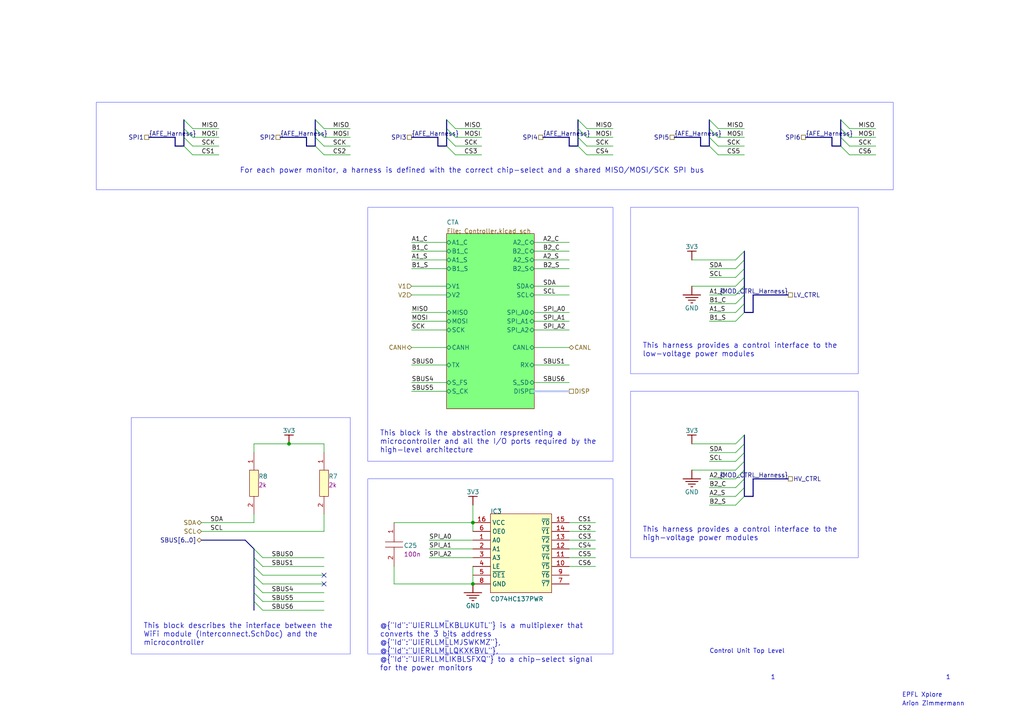
<source format=kicad_sch>
(kicad_sch (version 20250114) (generator "eeschema") (generator_version "9.0")
  (paper "A4")
  (lib_symbols
    (symbol "PolluxIII-altium-import:3V3_BAR" (power)
      (property "Value" "3V3" (at 0 -3.81 0))
      (symbol "3V3_BAR_0_0"
        (polyline (pts (xy -1.27 -2.54) (xy 1.27 -2.54)) (stroke (width 0.254)))
        (polyline (pts (xy 0 0) (xy 0 -2.54)) (stroke (width 0.254)))
        (pin power_in line (at 0 0 0) (length 0) (hide yes) (name "3V3") (number ""))
      )
    )
    (symbol "PolluxIII-altium-import:CU_0_CD74HC137PWR_*"
      (symbol "CU_0_CD74HC137PWR_*_1_0"
        (rectangle (start 22.86 2.54) (end 5.08 -20.32) (stroke (width 0) (color 128 0 0 1)) (fill (type background)))
        (pin passive line (at 0 0 0) (length 5.08) (name "VCC") (number "16"))
        (pin passive line (at 0 -2.54 0) (length 5.08) (name "OE0") (number "6"))
        (pin passive line (at 0 -5.08 0) (length 5.08) (name "A0") (number "1"))
        (pin passive line (at 0 -7.62 0) (length 5.08) (name "A1") (number "2"))
        (pin passive line (at 0 -10.16 0) (length 5.08) (name "A3") (number "3"))
        (pin passive line (at 0 -12.7 0) (length 5.08) (name "LE") (number "4"))
        (pin passive line (at 0 -15.24 0) (length 5.08) (name "~{OE1}") (number "5"))
        (pin passive line (at 0 -17.78 0) (length 5.08) (name "GND") (number "8"))
        (pin passive line (at 27.94 0 180) (length 5.08) (name "~{Y0}") (number "15"))
        (pin passive line (at 27.94 -2.54 180) (length 5.08) (name "~{Y1}") (number "14"))
        (pin passive line (at 27.94 -5.08 180) (length 5.08) (name "~{Y2}") (number "13"))
        (pin passive line (at 27.94 -7.62 180) (length 5.08) (name "~{Y3}") (number "12"))
        (pin passive line (at 27.94 -10.16 180) (length 5.08) (name "~{Y4}") (number "11"))
        (pin passive line (at 27.94 -12.7 180) (length 5.08) (name "~{Y5}") (number "10"))
        (pin passive line (at 27.94 -15.24 180) (length 5.08) (name "~{Y6}") (number "9"))
        (pin passive line (at 27.94 -17.78 180) (length 5.08) (name "~{Y7}") (number "7"))
      )
    )
    (symbol "PolluxIII-altium-import:CU_3_C0603C104K5RACTU_CarrierBoard.SCHLIB" (pin_names (hide yes))
      (symbol "CU_3_C0603C104K5RACTU_CarrierBoard.SCHLIB_1_0"
        (polyline (pts (xy 0 -5.08) (xy 0 -5.588)))
        (polyline (pts (xy 0 -7.112) (xy 0 -7.62)))
        (polyline (pts (xy 2.54 -5.588) (xy -2.54 -5.588)))
        (polyline (pts (xy 2.54 -7.112) (xy -2.54 -7.112)))
        (pin passive line (at 0 0 270) (length 5.08) (name "1") (number "1"))
        (pin passive line (at 0 -12.7 90) (length 5.08) (name "2") (number "2"))
      )
    )
    (symbol "PolluxIII-altium-import:CU_3_CRCW0603931RFKEA_CarrierBoard.SCHLIB" (pin_names (hide yes))
      (symbol "CU_3_CRCW0603931RFKEA_CarrierBoard.SCHLIB_1_0"
        (rectangle (start 1.27 -5.08) (end -1.27 -12.7) (stroke (width 0) (color 128 0 0 1)) (fill (type background)))
        (pin passive line (at 0 0 270) (length 5.08) (name "1") (number "1"))
        (pin passive line (at 0 -17.78 90) (length 5.08) (name "2") (number "2"))
      )
    )
    (symbol "PolluxIII-altium-import:GND_POWER_GROUND" (power)
      (property "Value" "GND" (at 0 -6.35 0))
      (symbol "GND_POWER_GROUND_0_0"
        (polyline (pts (xy -2.54 -2.54) (xy 2.54 -2.54)) (stroke (width 0.254)))
        (polyline (pts (xy -1.778 -3.302) (xy 1.778 -3.302)) (stroke (width 0.254)))
        (polyline (pts (xy -1.016 -4.064) (xy 1.016 -4.064)) (stroke (width 0.254)))
        (polyline (pts (xy -0.254 -4.826) (xy 0.254 -4.826)) (stroke (width 0.254)))
        (polyline (pts (xy 0 0) (xy 0 -2.54)) (stroke (width 0.254)))
        (pin power_in line (at 0 0 0) (length 0) (hide yes) (name "GND") (number ""))
      )
    )
  )
  (bus_alias "AFE_Harness" (members "MISO" "MOSI" "SCK" "CS"))
  (bus_alias "MOD_CTRL_Harness" (members "B_SHDN" "A_SHDN" "B_CTRL" "A_CTRL" "GND" "SCL" "SDA" "3V3"))
  (rectangle (start 101.6 121.1072) (end 38.1 189.6872) (stroke (width 0.0254) (color 0 0 255 1)))
  (rectangle (start 248.92 60.1472) (end 182.88 108.4072) (stroke (width 0.0254) (color 0 0 255 1)))
  (rectangle (start 248.92 113.4872) (end 182.88 161.7472) (stroke (width 0.0254) (color 0 0 255 1)))
  (rectangle (start 177.8 60.1472) (end 106.68 133.8072) (stroke (width 0.0254) (color 0 0 255 1)))
  (rectangle (start 259.08 29.6672) (end 27.94 55.0672) (stroke (width 0.0254) (color 0 0 255 1)))
  (rectangle (start 177.8 138.8872) (end 106.68 189.6872) (stroke (width 0.0254) (color 0 0 255 1)))
  (text "Arion Zimmermann" (at 261.62 204.9272 0) (effects (font (size 1.27 1.27)) (justify left bottom)))
  (text "1" (at 274.32 197.3072 0) (effects (font (size 1.27 1.27)) (justify left bottom)))
  (text "EPFL Xplore" (at 261.62 202.3872 0) (effects (font (size 1.27 1.27)) (justify left bottom)))
  (text "1" (at 223.52 197.3072 0) (effects (font (size 1.27 1.27)) (justify left bottom)))
  (text "Control Unit Top Level" (at 205.74 189.6872 0) (effects (font (size 1.27 1.27)) (justify left bottom)))
  (text_box "@{\"Id\":\"UIERLLM~{L}KBLUKUTL\"} is a multiplexer that converts the 3 bits address @{\"Id\":\"UIERLLM~{L}LMJSWKMZ\"}, @{\"Id\":\"UIERLLM~{L}LQKXKBVL\"}, @{\"Id\":\"UIERLLM~{L}IKBLSFXQ\"} to a chip-select signal for the power monitors" (at 175.26 179.5272 0) (size -66.04 10.16) (margins 0.9525 0.9525 0.9525 0.9525) (stroke (width -0.0001) (color 0 0 0 1)) (effects (font (size 1.524 1.524)) (justify left top)))
  (text_box "For each power monitor, a harness is defined with the correct chip-select and a shared MISO/MOSI/SCK SPI bus" (at 215.9 47.4472 0) (size -147.32 7.62) (margins 0.9525 0.9525 0.9525 0.9525) (stroke (width -0.0001) (color 0 0 0 1)) (effects (font (size 1.524 1.524)) (justify left top)))
  (text_box "This harness provides a control interface to the high-voltage power modules" (at 246.38 151.5872 0) (size -60.96 10.16) (margins 0.9525 0.9525 0.9525 0.9525) (stroke (width -0.0001) (color 0 0 0 1)) (effects (font (size 1.524 1.524)) (justify left top)))
  (text_box "This block describes the interface between the WiFi module (Interconnect.SchDoc) and the microcontroller" (at 99.06 179.5272 0) (size -58.42 10.16) (margins 0.9525 0.9525 0.9525 0.9525) (stroke (width -0.0001) (color 0 0 0 1)) (effects (font (size 1.524 1.524)) (justify left top)))
  (text_box "This block is the abstraction respresenting a microcontroller and all the I/O ports required by the high-level architecture" (at 175.26 123.6472 0) (size -66.04 10.16) (margins 0.9525 0.9525 0.9525 0.9525) (stroke (width -0.0001) (color 0 0 0 1)) (effects (font (size 1.524 1.524)) (justify left top)))
  (text_box "This harness provides a control interface to the low-voltage power modules" (at 246.38 98.2472 0) (size -60.96 10.16) (margins 0.9525 0.9525 0.9525 0.9525) (stroke (width -0.0001) (color 0 0 0 1)) (effects (font (size 1.524 1.524)) (justify left top)))
  (junction (at 137.16 151.5872))
  (junction (at 83.82 128.7272))
  (junction (at 137.16 169.3672))
  (no_connect (at 93.98 166.8272))
  (no_connect (at 93.98 169.3672))
  (bus_entry (at 55.88 37.2872) (size -2.54 -2.54))
  (bus_entry (at 170.18 42.3672) (size -2.54 -2.54))
  (bus_entry (at 93.98 42.3672) (size -2.54 -2.54))
  (bus_entry (at 132.08 39.8272) (size -2.54 -2.54))
  (bus_entry (at 93.98 39.8272) (size -2.54 -2.54))
  (bus_entry (at 208.28 39.8272) (size -2.54 -2.54))
  (bus_entry (at 208.28 44.9072) (size -2.54 -2.54))
  (bus_entry (at 213.36 75.3872) (size 2.54 -2.54))
  (bus_entry (at 246.38 44.9072) (size -2.54 -2.54))
  (bus_entry (at 73.66 164.2872) (size 2.54 2.54))
  (bus_entry (at 93.98 44.9072) (size -2.54 -2.54))
  (bus_entry (at 213.36 77.9272) (size 2.54 -2.54))
  (bus_entry (at 213.36 83.0072) (size 2.54 -2.54))
  (bus_entry (at 132.08 37.2872) (size -2.54 -2.54))
  (bus_entry (at 170.18 37.2872) (size -2.54 -2.54))
  (bus_entry (at 213.36 93.1672) (size 2.54 -2.54))
  (bus_entry (at 73.66 169.3672) (size 2.54 2.54))
  (bus_entry (at 93.98 37.2872) (size -2.54 -2.54))
  (bus_entry (at 55.88 44.9072) (size -2.54 -2.54))
  (bus_entry (at 55.88 42.3672) (size -2.54 -2.54))
  (bus_entry (at 213.36 138.8872) (size 2.54 -2.54))
  (bus_entry (at 213.36 88.0872) (size 2.54 -2.54))
  (bus_entry (at 213.36 131.2672) (size 2.54 -2.54))
  (bus_entry (at 246.38 37.2872) (size -2.54 -2.54))
  (bus_entry (at 73.66 161.7472) (size 2.54 2.54))
  (bus_entry (at 132.08 42.3672) (size -2.54 -2.54))
  (bus_entry (at 213.36 128.7272) (size 2.54 -2.54))
  (bus_entry (at 208.28 37.2872) (size -2.54 -2.54))
  (bus_entry (at 170.18 44.9072) (size -2.54 -2.54))
  (bus_entry (at 213.36 143.9672) (size 2.54 -2.54))
  (bus_entry (at 73.66 159.2072) (size 2.54 2.54))
  (bus_entry (at 170.18 39.8272) (size -2.54 -2.54))
  (bus_entry (at 246.38 39.8272) (size -2.54 -2.54))
  (bus_entry (at 73.66 166.8272) (size 2.54 2.54))
  (bus_entry (at 208.28 42.3672) (size -2.54 -2.54))
  (bus_entry (at 213.36 90.6272) (size 2.54 -2.54))
  (bus_entry (at 55.88 39.8272) (size -2.54 -2.54))
  (bus_entry (at 132.08 44.9072) (size -2.54 -2.54))
  (bus_entry (at 213.36 133.8072) (size 2.54 -2.54))
  (bus_entry (at 213.36 80.4672) (size 2.54 -2.54))
  (bus_entry (at 213.36 146.5072) (size 2.54 -2.54))
  (bus_entry (at 213.36 141.4272) (size 2.54 -2.54))
  (bus_entry (at 73.66 171.9072) (size 2.54 2.54))
  (bus_entry (at 246.38 42.3672) (size -2.54 -2.54))
  (bus_entry (at 213.36 85.5472) (size 2.54 -2.54))
  (bus_entry (at 213.36 136.3472) (size 2.54 -2.54))
  (bus_entry (at 73.66 174.4472) (size 2.54 2.54))
  (wire (pts (xy 170.18 42.3672) (xy 177.8 42.3672)))
  (wire (pts (xy 165.1 156.6672) (xy 172.72 156.6672)))
  (wire (pts (xy 208.28 37.2872) (xy 215.9 37.2872)))
  (bus (pts (xy 215.9 128.7272) (xy 215.9 126.1872)))
  (wire (pts (xy 205.74 85.5472) (xy 213.36 85.5472)))
  (wire (pts (xy 58.42 151.5872) (xy 73.66 151.5872)))
  (bus (pts (xy 50.8 42.3672) (xy 50.8 39.8272)))
  (wire (pts (xy 129.54 100.7872) (xy 119.38 100.7872)))
  (wire (pts (xy 205.74 80.4672) (xy 213.36 80.4672)))
  (bus (pts (xy 73.66 159.2072) (xy 73.66 161.7472)) (stroke (width 0.254)))
  (wire (pts (xy 132.08 42.3672) (xy 139.7 42.3672)))
  (wire (pts (xy 165.1 159.2072) (xy 172.72 159.2072)))
  (wire (pts (xy 205.74 138.8872) (xy 213.36 138.8872)))
  (wire (pts (xy 205.74 141.4272) (xy 213.36 141.4272)))
  (bus (pts (xy 58.42 156.6672) (xy 71.12 156.6672)) (stroke (width 0.254)))
  (wire (pts (xy 205.74 146.5072) (xy 213.36 146.5072)))
  (bus (pts (xy 73.66 174.4472) (xy 73.66 176.9872)) (stroke (width 0.254)))
  (bus (pts (xy 215.9 143.9672) (xy 215.9 141.4272)))
  (wire (pts (xy 170.18 44.9072) (xy 177.8 44.9072)))
  (bus (pts (xy 73.66 161.7472) (xy 73.66 164.2872)) (stroke (width 0.254)))
  (bus (pts (xy 195.58 39.8272) (xy 203.2 39.8272)))
  (wire (pts (xy 73.66 128.7272) (xy 73.66 131.2672)))
  (wire (pts (xy 213.36 75.3872) (xy 200.66 75.3872)))
  (bus (pts (xy 215.9 90.6272) (xy 218.44 90.6272)))
  (wire (pts (xy 165.1 105.8672) (xy 154.94 105.8672)))
  (bus (pts (xy 129.54 39.8272) (xy 129.54 37.2872)))
  (bus (pts (xy 165.1 42.3672) (xy 165.1 39.8272)))
  (wire (pts (xy 58.42 154.1272) (xy 93.98 154.1272)))
  (bus (pts (xy 215.9 138.8872) (xy 215.9 136.3472)))
  (bus (pts (xy 91.44 37.2872) (xy 91.44 34.7472)))
  (bus (pts (xy 215.9 133.8072) (xy 215.9 131.2672)))
  (bus (pts (xy 88.9 42.3672) (xy 88.9 39.8272)))
  (wire (pts (xy 124.46 156.6672) (xy 137.16 156.6672)))
  (wire (pts (xy 76.2 161.7472) (xy 93.98 161.7472)))
  (bus (pts (xy 215.9 80.4672) (xy 215.9 77.9272)))
  (wire (pts (xy 132.08 39.8272) (xy 139.7 39.8272)))
  (wire (pts (xy 208.28 44.9072) (xy 215.9 44.9072)))
  (bus (pts (xy 73.66 171.9072) (xy 73.66 174.4472)) (stroke (width 0.254)))
  (bus (pts (xy 167.64 39.8272) (xy 167.64 37.2872)))
  (bus (pts (xy 215.9 83.0072) (xy 215.9 80.4672)))
  (bus (pts (xy 91.44 42.3672) (xy 88.9 42.3672)))
  (bus (pts (xy 215.9 143.9672) (xy 218.44 143.9672)))
  (wire (pts (xy 93.98 44.9072) (xy 101.6 44.9072)))
  (bus (pts (xy 165.1 113.4872) (xy 154.94 113.4872)) (stroke (width 0.508) (color 173 188 231 1)))
  (wire (pts (xy 93.98 37.2872) (xy 101.6 37.2872)))
  (wire (pts (xy 76.2 164.2872) (xy 93.98 164.2872)))
  (wire (pts (xy 208.28 39.8272) (xy 215.9 39.8272)))
  (wire (pts (xy 124.46 159.2072) (xy 137.16 159.2072)))
  (wire (pts (xy 200.66 136.3472) (xy 213.36 136.3472)))
  (bus (pts (xy 129.54 42.3672) (xy 127 42.3672)))
  (wire (pts (xy 93.98 169.3672) (xy 76.2 169.3672)))
  (bus (pts (xy 215.9 77.9272) (xy 215.9 75.3872)))
  (wire (pts (xy 129.54 110.9472) (xy 119.38 110.9472)))
  (bus (pts (xy 81.28 39.8272) (xy 88.9 39.8272)))
  (bus (pts (xy 215.9 136.3472) (xy 215.9 133.8072)))
  (bus (pts (xy 205.74 42.3672) (xy 203.2 42.3672)))
  (wire (pts (xy 165.1 93.1672) (xy 154.94 93.1672)))
  (bus (pts (xy 53.34 39.8272) (xy 53.34 37.2872)))
  (bus (pts (xy 241.3 42.3672) (xy 241.3 39.8272)))
  (wire (pts (xy 129.54 105.8672) (xy 119.38 105.8672)))
  (bus (pts (xy 218.44 143.9672) (xy 218.44 138.8872)))
  (wire (pts (xy 165.1 90.6272) (xy 154.94 90.6272)))
  (wire (pts (xy 55.88 42.3672) (xy 63.5 42.3672)))
  (wire (pts (xy 93.98 42.3672) (xy 101.6 42.3672)))
  (wire (pts (xy 137.16 154.1272) (xy 137.16 151.5872)))
  (wire (pts (xy 205.74 133.8072) (xy 213.36 133.8072)))
  (wire (pts (xy 83.82 128.7272) (xy 93.98 128.7272)))
  (wire (pts (xy 129.54 113.4872) (xy 119.38 113.4872)))
  (bus (pts (xy 53.34 42.3672) (xy 50.8 42.3672)))
  (wire (pts (xy 165.1 154.1272) (xy 172.72 154.1272)))
  (wire (pts (xy 119.38 70.3072) (xy 129.54 70.3072)))
  (bus (pts (xy 167.64 42.3672) (xy 167.64 39.8272)))
  (wire (pts (xy 165.1 95.7072) (xy 154.94 95.7072)))
  (wire (pts (xy 170.18 39.8272) (xy 177.8 39.8272)))
  (wire (pts (xy 205.74 77.9272) (xy 213.36 77.9272)))
  (wire (pts (xy 55.88 37.2872) (xy 63.5 37.2872)))
  (wire (pts (xy 114.3 151.5872) (xy 137.16 151.5872)))
  (bus (pts (xy 243.84 39.8272) (xy 243.84 37.2872)))
  (bus (pts (xy 203.2 42.3672) (xy 203.2 39.8272)))
  (bus (pts (xy 73.66 164.2872) (xy 73.66 166.8272)) (stroke (width 0.254)))
  (wire (pts (xy 165.1 164.2872) (xy 172.72 164.2872)))
  (bus (pts (xy 215.9 141.4272) (xy 215.9 138.8872)))
  (bus (pts (xy 91.44 39.8272) (xy 91.44 37.2872)))
  (wire (pts (xy 114.3 164.2872) (xy 114.3 169.3672)))
  (wire (pts (xy 154.94 85.5472) (xy 165.1 85.5472)))
  (bus (pts (xy 218.44 90.6272) (xy 218.44 85.5472)))
  (wire (pts (xy 119.38 93.1672) (xy 129.54 93.1672)))
  (wire (pts (xy 170.18 37.2872) (xy 177.8 37.2872)))
  (wire (pts (xy 165.1 161.7472) (xy 172.72 161.7472)))
  (bus (pts (xy 205.74 39.8272) (xy 205.74 37.2872)))
  (wire (pts (xy 119.38 75.3872) (xy 129.54 75.3872)))
  (bus (pts (xy 167.64 37.2872) (xy 167.64 34.7472)))
  (wire (pts (xy 93.98 128.7272) (xy 93.98 131.2672)))
  (wire (pts (xy 205.74 143.9672) (xy 213.36 143.9672)))
  (wire (pts (xy 213.36 128.7272) (xy 200.66 128.7272)))
  (wire (pts (xy 93.98 39.8272) (xy 101.6 39.8272)))
  (wire (pts (xy 132.08 37.2872) (xy 139.7 37.2872)))
  (wire (pts (xy 154.94 70.3072) (xy 165.1 70.3072)))
  (bus (pts (xy 218.44 138.8872) (xy 228.6 138.8872)))
  (wire (pts (xy 205.74 88.0872) (xy 213.36 88.0872)))
  (bus (pts (xy 215.9 85.5472) (xy 215.9 83.0072)))
  (bus (pts (xy 129.54 37.2872) (xy 129.54 34.7472)))
  (wire (pts (xy 83.82 128.7272) (xy 73.66 128.7272)))
  (bus (pts (xy 127 42.3672) (xy 127 39.8272)))
  (wire (pts (xy 205.74 93.1672) (xy 213.36 93.1672)))
  (wire (pts (xy 154.94 75.3872) (xy 165.1 75.3872)))
  (bus (pts (xy 205.74 37.2872) (xy 205.74 34.7472)))
  (wire (pts (xy 55.88 39.8272) (xy 63.5 39.8272)))
  (wire (pts (xy 119.38 77.9272) (xy 129.54 77.9272)))
  (wire (pts (xy 246.38 42.3672) (xy 254 42.3672)))
  (wire (pts (xy 154.94 83.0072) (xy 165.1 83.0072)))
  (bus (pts (xy 119.38 39.8272) (xy 127 39.8272)))
  (bus (pts (xy 243.84 37.2872) (xy 243.84 34.7472)))
  (wire (pts (xy 119.38 83.0072) (xy 129.54 83.0072)))
  (wire (pts (xy 76.2 166.8272) (xy 93.98 166.8272)))
  (wire (pts (xy 246.38 39.8272) (xy 254 39.8272)))
  (wire (pts (xy 137.16 161.7472) (xy 124.46 161.7472)))
  (bus (pts (xy 205.74 42.3672) (xy 205.74 39.8272)))
  (bus (pts (xy 215.9 75.3872) (xy 215.9 72.8472)))
  (wire (pts (xy 119.38 72.8472) (xy 129.54 72.8472)))
  (wire (pts (xy 154.94 110.9472) (xy 165.1 110.9472)))
  (bus (pts (xy 53.34 37.2872) (xy 53.34 34.7472)))
  (wire (pts (xy 246.38 37.2872) (xy 254 37.2872)))
  (wire (pts (xy 208.28 42.3672) (xy 215.9 42.3672)))
  (wire (pts (xy 114.3 169.3672) (xy 137.16 169.3672)))
  (wire (pts (xy 93.98 171.9072) (xy 76.2 171.9072)))
  (bus (pts (xy 129.54 42.3672) (xy 129.54 39.8272)))
  (wire (pts (xy 73.66 151.5872) (xy 73.66 149.0472)))
  (wire (pts (xy 205.74 90.6272) (xy 213.36 90.6272)))
  (bus (pts (xy 215.9 131.2672) (xy 215.9 128.7272)))
  (bus (pts (xy 71.12 156.6672) (xy 73.66 159.2072)) (stroke (width 0.254)))
  (wire (pts (xy 165.1 151.5872) (xy 172.72 151.5872)))
  (bus (pts (xy 243.84 42.3672) (xy 243.84 39.8272)))
  (wire (pts (xy 200.66 83.0072) (xy 213.36 83.0072)))
  (bus (pts (xy 215.9 90.6272) (xy 215.9 88.0872)))
  (wire (pts (xy 132.08 44.9072) (xy 139.7 44.9072)))
  (wire (pts (xy 55.88 44.9072) (xy 63.5 44.9072)))
  (wire (pts (xy 93.98 176.9872) (xy 76.2 176.9872)))
  (wire (pts (xy 119.38 90.6272) (xy 129.54 90.6272)))
  (wire (pts (xy 154.94 72.8472) (xy 165.1 72.8472)))
  (bus (pts (xy 157.48 39.8272) (xy 165.1 39.8272)))
  (wire (pts (xy 93.98 174.4472) (xy 76.2 174.4472)))
  (wire (pts (xy 93.98 154.1272) (xy 93.98 149.0472)))
  (wire (pts (xy 205.74 131.2672) (xy 213.36 131.2672)))
  (bus (pts (xy 91.44 42.3672) (xy 91.44 39.8272)))
  (wire (pts (xy 129.54 95.7072) (xy 119.38 95.7072)))
  (wire (pts (xy 137.16 151.5872) (xy 137.16 146.5072)))
  (bus (pts (xy 43.18 39.8272) (xy 50.8 39.8272)))
  (bus (pts (xy 73.66 169.3672) (xy 73.66 171.9072)) (stroke (width 0.254)))
  (bus (pts (xy 167.64 42.3672) (xy 165.1 42.3672)))
  (bus (pts (xy 53.34 42.3672) (xy 53.34 39.8272)))
  (bus (pts (xy 218.44 85.5472) (xy 228.6 85.5472)))
  (wire (pts (xy 246.38 44.9072) (xy 254 44.9072)))
  (wire (pts (xy 154.94 77.9272) (xy 165.1 77.9272)))
  (bus (pts (xy 215.9 88.0872) (xy 215.9 85.5472)))
  (bus (pts (xy 233.68 39.8272) (xy 241.3 39.8272)))
  (wire (pts (xy 165.1 100.7872) (xy 154.94 100.7872)))
  (wire (pts (xy 119.38 85.5472) (xy 129.54 85.5472)))
  (wire (pts (xy 137.16 164.2872) (xy 137.16 169.3672)))
  (bus (pts (xy 243.84 42.3672) (xy 241.3 42.3672)))
  (bus (pts (xy 73.66 166.8272) (xy 73.66 169.3672)) (stroke (width 0.254)))
  (label "MISO" (at 96.52 37.2872 0))
  (label "SBUS6" (at 157.48 110.9472 0))
  (label "SBUS4" (at 78.74 171.9072 0))
  (label "{AFE_Harness}" (at 81.28 39.8272 0))
  (label "SCL" (at 157.48 85.5472 0))
  (label "CS2" (at 96.52 44.9072 0))
  (label "SDA" (at 60.96 151.5872 0))
  (label "SCK" (at 119.38 95.7072 0))
  (label "A1_C" (at 205.74 85.5472 0))
  (label "CS3" (at 134.62 44.9072 0))
  (label "B1_C" (at 205.74 88.0872 0))
  (label "A2_C" (at 157.48 70.3072 0))
  (label "SBUS1" (at 157.48 105.8672 0))
  (label "{AFE_Harness}" (at 119.38 39.8272 0))
  (label "SCK" (at 172.72 42.3672 0))
  (label "CS1" (at 58.42 44.9072 0))
  (label "MISO" (at 210.82 37.2872 0))
  (label "MISO" (at 248.92 37.2872 0))
  (label "A1_S" (at 205.74 90.6272 0))
  (label "MOSI" (at 134.62 39.8272 0))
  (label "CS2" (at 167.64 154.1272 0))
  (label "SBUS1" (at 78.74 164.2872 0))
  (label "MISO" (at 119.38 90.6272 0))
  (label "{AFE_Harness}" (at 157.48 39.8272 0))
  (label "SBUS6" (at 78.74 176.9872 0))
  (label "MOSI" (at 172.72 39.8272 0))
  (label "A1_C" (at 119.38 70.3072 0))
  (label "A2_S" (at 205.74 143.9672 0))
  (label "B2_S" (at 205.74 146.5072 0))
  (label "A2_S" (at 157.48 75.3872 0))
  (label "SPI_A1" (at 124.46 159.2072 0))
  (label "MISO" (at 134.62 37.2872 0))
  (label "SCK" (at 58.42 42.3672 0))
  (label "SCK" (at 210.82 42.3672 0))
  (label "SPI_A0" (at 157.48 90.6272 0))
  (label "SBUS4" (at 119.38 110.9472 0))
  (label "B2_S" (at 157.48 77.9272 0))
  (label "MOSI" (at 96.52 39.8272 0))
  (label "MISO" (at 58.42 37.2872 0))
  (label "SCL" (at 205.74 133.8072 0))
  (label "SBUS0" (at 78.74 161.7472 0))
  (label "CS6" (at 167.64 164.2872 0))
  (label "CS6" (at 248.92 44.9072 0))
  (label "CS5" (at 167.64 161.7472 0))
  (label "SPI_A2" (at 157.48 95.7072 0))
  (label "SPI_A1" (at 157.48 93.1672 0))
  (label "CS4" (at 172.72 44.9072 0))
  (label "B1_C" (at 119.38 72.8472 0))
  (label "SBUS0" (at 119.38 105.8672 0))
  (label "SCK" (at 96.52 42.3672 0))
  (label "SDA" (at 205.74 131.2672 0))
  (label "SPI_A0" (at 124.46 156.6672 0))
  (label "SBUS5" (at 78.74 174.4472 0))
  (label "SCK" (at 248.92 42.3672 0))
  (label "A1_S" (at 119.38 75.3872 0))
  (label "A2_C" (at 205.74 138.8872 0))
  (label "MOSI" (at 58.42 39.8272 0))
  (label "SDA" (at 157.48 83.0072 0))
  (label "CS1" (at 167.64 151.5872 0))
  (label "B1_S" (at 119.38 77.9272 0))
  (label "B2_C" (at 157.48 72.8472 0))
  (label "MISO" (at 172.72 37.2872 0))
  (label "CS4" (at 167.64 159.2072 0))
  (label "SCK" (at 134.62 42.3672 0))
  (label "{MOD_CTRL_Harness}" (at 228.6 85.5472 180))
  (label "B2_C" (at 205.74 141.4272 0))
  (label "MOSI" (at 119.38 93.1672 0))
  (label "{AFE_Harness}" (at 233.68 39.8272 0))
  (label "{AFE_Harness}" (at 43.18 39.8272 0))
  (label "SCL" (at 205.74 80.4672 0))
  (label "{MOD_CTRL_Harness}" (at 228.6 138.8872 180))
  (label "B1_S" (at 205.74 93.1672 0))
  (label "{AFE_Harness}" (at 195.58 39.8272 0))
  (label "SBUS5" (at 119.38 113.4872 0))
  (label "CS5" (at 210.82 44.9072 0))
  (label "SCL" (at 60.96 154.1272 0))
  (label "MOSI" (at 210.82 39.8272 0))
  (label "MOSI" (at 248.92 39.8272 0))
  (label "SPI_A2" (at 124.46 161.7472 0))
  (label "SDA" (at 205.74 77.9272 0))
  (label "CS3" (at 167.64 156.6672 0))
  (hierarchical_label "SPI2" (shape passive) (at 81.28 39.8272 180))
  (hierarchical_label "SCL" (shape bidirectional) (at 58.42 154.1272 180))
  (hierarchical_label "SPI3" (shape passive) (at 119.38 39.8272 180))
  (hierarchical_label "CANL" (shape bidirectional) (at 165.1 100.7872 0))
  (hierarchical_label "SPI6" (shape passive) (at 233.68 39.8272 180))
  (hierarchical_label "LV_CTRL" (shape passive) (at 228.6 85.5472 0))
  (hierarchical_label "SPI5" (shape passive) (at 195.58 39.8272 180))
  (hierarchical_label "SPI1" (shape passive) (at 43.18 39.8272 180))
  (hierarchical_label "SBUS[6..0]" (shape bidirectional) (at 58.42 156.6672 180))
  (hierarchical_label "V1" (shape input) (at 119.38 83.0072 180))
  (hierarchical_label "DISP" (shape passive) (at 165.1 113.4872 0))
  (hierarchical_label "SPI4" (shape passive) (at 157.48 39.8272 180))
  (hierarchical_label "SDA" (shape bidirectional) (at 58.42 151.5872 180))
  (hierarchical_label "V2" (shape input) (at 119.38 85.5472 180))
  (hierarchical_label "HV_CTRL" (shape passive) (at 228.6 138.8872 0))
  (hierarchical_label "CANH" (shape bidirectional) (at 119.38 100.7872 180))
  (symbol (lib_id "PolluxIII-altium-import:3V3_BAR") (at 137.16 146.5072 180) (unit 1)
    (property "Reference" "#PWR?" (effects (hide yes)))
    (property "Value" "3V3" (at 137.16 142.6972 0))
  )
  (symbol (lib_id "PolluxIII-altium-import:CU_3_CRCW0603931RFKEA_CarrierBoard.SCHLIB") (at 73.66 131.2672 0) (unit 0)
    (property "Reference" "R8" (at 74.93 138.8872 0) (effects (justify left bottom)))
    (property "Value" "CRCW06032K00JNEB" (effects (hide yes)))
    (property "Footprint" "C__Users_Arion_Documents_AltiumLL_SamacSys.PcbLib:RESC1608X50N" (effects (hide yes)))
    (property "Description" "Resistor" (effects (hide yes)))
    (property "DATASHEET LINK" "http://www.vishay.com/docs/20035/dcrcwe3.pdf" (effects (hide yes)))
    (property "HEIGHT" "0.5mm" (effects (hide yes)))
    (property "MANUFACTURER_NAME" "Vishay" (effects (hide yes)))
    (property "MANUFACTURER_PART_NUMBER" "CRCW0603787RFKEA" (effects (hide yes)))
    (property "ALTIUM_VALUE" "2k" (at 74.93 141.4272 0) (effects (justify left bottom)))
    (property "SUPPLIER 1" "Mouser" (effects (hide yes)))
    (property "SUPPLIER PART NUMBER 1" "71-CRCW06032K00JNEB" (effects (hide yes)))
  )
  (symbol (lib_id "PolluxIII-altium-import:CU_3_CRCW0603931RFKEA_CarrierBoard.SCHLIB") (at 93.98 131.2672 0) (unit 0)
    (property "Reference" "R7" (at 95.25 138.8872 0) (effects (justify left bottom)))
    (property "Value" "CRCW06032K00JNEB" (effects (hide yes)))
    (property "Footprint" "C__Users_Arion_Documents_AltiumLL_SamacSys.PcbLib:RESC1608X50N" (effects (hide yes)))
    (property "Description" "Resistor" (effects (hide yes)))
    (property "DATASHEET LINK" "http://www.vishay.com/docs/20035/dcrcwe3.pdf" (effects (hide yes)))
    (property "HEIGHT" "0.5mm" (effects (hide yes)))
    (property "MANUFACTURER_NAME" "Vishay" (effects (hide yes)))
    (property "MANUFACTURER_PART_NUMBER" "CRCW0603787RFKEA" (effects (hide yes)))
    (property "ALTIUM_VALUE" "2k" (at 95.25 141.4272 0) (effects (justify left bottom)))
    (property "SUPPLIER 1" "Mouser" (effects (hide yes)))
    (property "SUPPLIER PART NUMBER 1" "71-CRCW06032K00JNEB" (effects (hide yes)))
  )
  (symbol (lib_id "PolluxIII-altium-import:3V3_BAR") (at 200.66 75.3872 180) (unit 1)
    (property "Reference" "#PWR?" (effects (hide yes)))
    (property "Value" "3V3" (at 200.66 71.5772 0))
  )
  (symbol (lib_id "PolluxIII-altium-import:GND_POWER_GROUND") (at 200.66 136.3472 0) (unit 1)
    (property "Reference" "#PWR?" (effects (hide yes)))
    (property "Value" "GND" (at 200.66 142.6972 0))
  )
  (symbol (lib_id "PolluxIII-altium-import:GND_POWER_GROUND") (at 200.66 83.0072 0) (unit 1)
    (property "Reference" "#PWR?" (effects (hide yes)))
    (property "Value" "GND" (at 200.66 89.3572 0))
  )
  (symbol (lib_id "PolluxIII-altium-import:CU_0_CD74HC137PWR_*") (at 137.16 151.5872 0) (unit 0)
    (property "Reference" "IC3" (at 142.24 149.0472 0) (effects (justify left bottom)))
    (property "Value" "CD74HC137PWR" (at 142.24 174.4472 0) (effects (justify left bottom)))
    (property "Footprint" "C__Users_Arion_Documents_AltiumLL_SamacSys.PcbLib:SOP65P640X120-16N" (effects (hide yes)))
    (property "Description" "Integrated Circuit" (effects (hide yes)))
    (property "DATASHEET LINK" "http://www.ti.com/lit/gpn/cd74hc137" (effects (hide yes)))
    (property "HEIGHT" "1.2mm" (effects (hide yes)))
    (property "MANUFACTURER_NAME" "Texas Instruments" (effects (hide yes)))
    (property "MANUFACTURER_PART_NUMBER" "CD74HC137PWR" (effects (hide yes)))
    (property "MOUSER PART NUMBER" "595-CD74HC137PWR" (effects (hide yes)))
    (property "MOUSER PRICE/STOCK" "https://www.mouser.co.uk/ProductDetail/Texas-Instruments/CD74HC137PWR/?qs=YxwvVplHM%2Fm8ZkoHTCdntQ%3D%3D" (effects (hide yes)))
    (property "ARROW PART NUMBER" "CD74HC137PWR" (effects (hide yes)))
    (property "ARROW PRICE/STOCK" "https://www.arrow.com/en/products/cd74hc137pwr/texas-instruments" (effects (hide yes)))
    (property "SUPPLIER 1" "Mouser" (effects (hide yes)))
    (property "SUPPLIER PART NUMBER 1" "595-CD74HC137PWR" (effects (hide yes)))
  )
  (symbol (lib_id "PolluxIII-altium-import:CU_3_C0603C104K5RACTU_CarrierBoard.SCHLIB") (at 114.3 151.5872 0) (unit 0)
    (property "Reference" "C25" (at 117.094 158.9532 0) (effects (justify left bottom)))
    (property "Value" "C0603C104K5RACTU" (effects (hide yes)))
    (property "Footprint" "C__Users_Arion_Documents_AltiumLL_SamacSys.PcbLib:CAPC1608X95N" (effects (hide yes)))
    (property "Description" "Capacitor" (effects (hide yes)))
    (property "DATASHEET LINK" "http://www.farnell.com/datasheets/2205446.pdf" (effects (hide yes)))
    (property "HEIGHT" "0.95mm" (effects (hide yes)))
    (property "MANUFACTURER_NAME" "Kemet" (effects (hide yes)))
    (property "MANUFACTURER_PART_NUMBER" "C0603C104K5RACTU" (effects (hide yes)))
    (property "MOUSER PART NUMBER" "80-C0603C104K5R" (effects (hide yes)))
    (property "MOUSER PRICE/STOCK" "https://www.mouser.co.uk/ProductDetail/KEMET/C0603C104K5RACTU?qs=l5k%252BbMnNDkkVcnZPSAaaiQ%3D%3D" (effects (hide yes)))
    (property "ARROW PART NUMBER" "C0603C104K5RACTU" (effects (hide yes)))
    (property "ARROW PRICE/STOCK" "https://www.arrow.com/en/products/c0603c104k5ractu/kemet-corporation" (effects (hide yes)))
    (property "ALTIUM_VALUE" "100n" (at 117.094 161.4932 0) (effects (justify left bottom)))
    (property "SUPPLIER 1" "Mouser" (effects (hide yes)))
    (property "SUPPLIER PART NUMBER 1" "80-C0603C104K5R" (effects (hide yes)))
  )
  (symbol (lib_id "PolluxIII-altium-import:GND_POWER_GROUND") (at 137.16 169.3672 0) (unit 1)
    (property "Reference" "#PWR?" (effects (hide yes)))
    (property "Value" "GND" (at 137.16 175.7172 0))
  )
  (symbol (lib_id "PolluxIII-altium-import:3V3_BAR") (at 200.66 128.7272 180) (unit 1)
    (property "Reference" "#PWR?" (effects (hide yes)))
    (property "Value" "3V3" (at 200.66 124.9172 0))
  )
  (symbol (lib_id "PolluxIII-altium-import:3V3_BAR") (at 83.82 128.7272 180) (unit 1)
    (property "Reference" "#PWR?" (effects (hide yes)))
    (property "Value" "3V3" (at 83.82 124.9172 0))
  )
  (sheet (at 129.54 67.7672) (size 25.4 50.8) (stroke (width 0) (color 128 0 0 1)) (fill (color 128 255 128 1.0000))
    (property "Sheetname" "CTA" (at 129.54 65.2272 0) (effects (justify left bottom)))
    (property "Sheetfile" "Controller.kicad_sch" (at 129.54 67.7672 0) (effects (justify left bottom)))
    (pin "V1" input (at 129.54 83.0072 180))
    (pin "V2" input (at 129.54 85.5472 180))
    (pin "SCL" bidirectional (at 154.94 85.5472 0))
    (pin "SDA" bidirectional (at 154.94 83.0072 0))
    (pin "B2_S" bidirectional (at 154.94 77.9272 0))
    (pin "A2_S" bidirectional (at 154.94 75.3872 0))
    (pin "B2_C" bidirectional (at 154.94 72.8472 0))
    (pin "A2_C" bidirectional (at 154.94 70.3072 0))
    (pin "RX" bidirectional (at 154.94 105.8672 0))
    (pin "TX" bidirectional (at 129.54 105.8672 180))
    (pin "MISO" bidirectional (at 129.54 90.6272 180))
    (pin "MOSI" bidirectional (at 129.54 93.1672 180))
    (pin "SCK" bidirectional (at 129.54 95.7072 180))
    (pin "SPI_A1" bidirectional (at 154.94 93.1672 0))
    (pin "SPI_A2" bidirectional (at 154.94 95.7072 0))
    (pin "SPI_A0" bidirectional (at 154.94 90.6272 0))
    (pin "CANH" bidirectional (at 129.54 100.7872 180))
    (pin "CANL" bidirectional (at 154.94 100.7872 0))
    (pin "S_FS" bidirectional (at 129.54 110.9472 180))
    (pin "S_CK" bidirectional (at 129.54 113.4872 180))
    (pin "S_SD" bidirectional (at 154.94 110.9472 0))
    (pin "B1_S" bidirectional (at 129.54 77.9272 180))
    (pin "A1_S" bidirectional (at 129.54 75.3872 180))
    (pin "B1_C" bidirectional (at 129.54 72.8472 180))
    (pin "A1_C" bidirectional (at 129.54 70.3072 180))
    (pin "DISP" passive (at 154.94 113.4872 0))
  )
)
</source>
